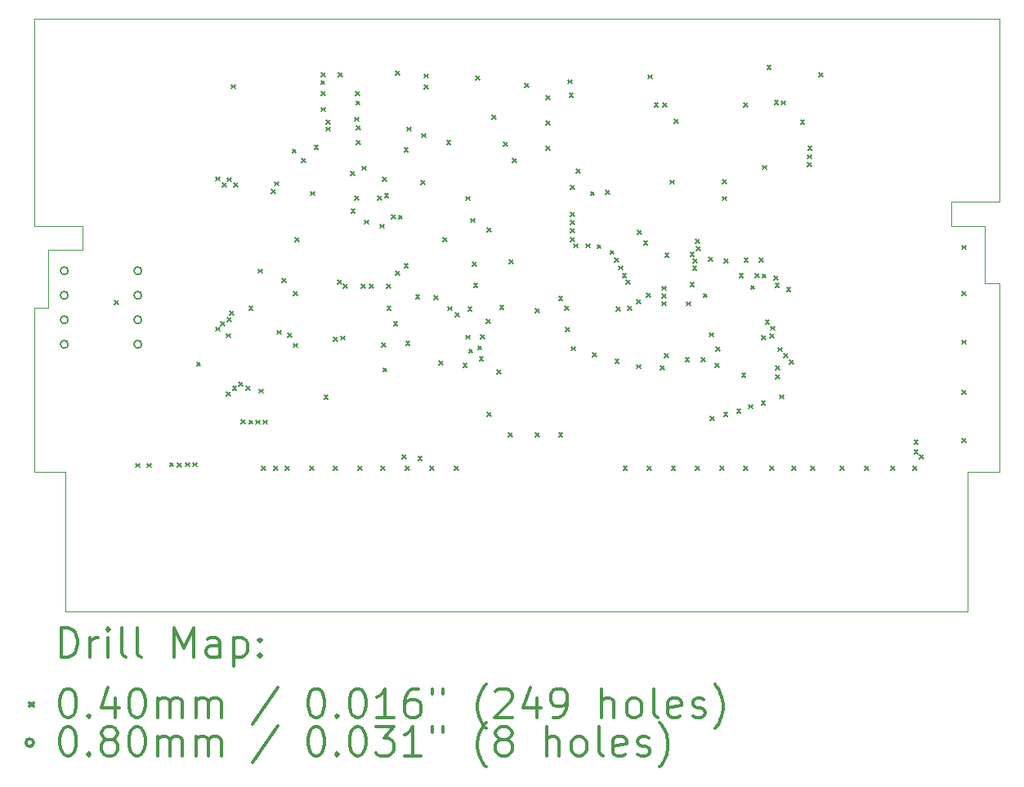
<source format=gbr>
%FSLAX45Y45*%
G04 Gerber Fmt 4.5, Leading zero omitted, Abs format (unit mm)*
G04 Created by KiCad (PCBNEW 5.1.5+dfsg1-2build2) date 2023-04-13 22:57:35*
%MOMM*%
%LPD*%
G04 APERTURE LIST*
%TA.AperFunction,Profile*%
%ADD10C,0.100000*%
%TD*%
%ADD11C,0.200000*%
%ADD12C,0.300000*%
G04 APERTURE END LIST*
D10*
X9165000Y-8590000D02*
X19165000Y-8590000D01*
X9165000Y-10735000D02*
X9165000Y-8590000D01*
X9665000Y-10735000D02*
X9165000Y-10735000D01*
X9665000Y-10985000D02*
X9665000Y-10735000D01*
X9315000Y-10985000D02*
X9665000Y-10985000D01*
X9315000Y-11585000D02*
X9315000Y-10985000D01*
X9165000Y-11585000D02*
X9315000Y-11585000D01*
X9165000Y-13285000D02*
X9165000Y-11585000D01*
X19165000Y-11335000D02*
X19165000Y-13285000D01*
X19015000Y-11335000D02*
X19165000Y-11335000D01*
X19015000Y-10735000D02*
X19015000Y-11335000D01*
X18665000Y-10735000D02*
X19015000Y-10735000D01*
X18665000Y-10485000D02*
X18665000Y-10735000D01*
X19165000Y-10485000D02*
X18665000Y-10485000D01*
X19165000Y-8590000D02*
X19165000Y-10485000D01*
X9490000Y-13285000D02*
X9165000Y-13285000D01*
X9490000Y-14735000D02*
X9490000Y-13285000D01*
X18840000Y-14735000D02*
X9490000Y-14735000D01*
X18840000Y-13285000D02*
X18840000Y-14735000D01*
X19165000Y-13285000D02*
X18840000Y-13285000D01*
D11*
X10000000Y-11510000D02*
X10040000Y-11550000D01*
X10040000Y-11510000D02*
X10000000Y-11550000D01*
X10220000Y-13200483D02*
X10260000Y-13240483D01*
X10260000Y-13200483D02*
X10220000Y-13240483D01*
X10340000Y-13200483D02*
X10380000Y-13240483D01*
X10380000Y-13200483D02*
X10340000Y-13240483D01*
X10570000Y-13192259D02*
X10610000Y-13232259D01*
X10610000Y-13192259D02*
X10570000Y-13232259D01*
X10651303Y-13192614D02*
X10691303Y-13232614D01*
X10691303Y-13192614D02*
X10651303Y-13232614D01*
X10732606Y-13192259D02*
X10772606Y-13232259D01*
X10772606Y-13192259D02*
X10732606Y-13232259D01*
X10811363Y-13190069D02*
X10851363Y-13230069D01*
X10851363Y-13190069D02*
X10811363Y-13230069D01*
X10850000Y-12150000D02*
X10890000Y-12190000D01*
X10890000Y-12150000D02*
X10850000Y-12190000D01*
X11050241Y-10227901D02*
X11090241Y-10267901D01*
X11090241Y-10227901D02*
X11050241Y-10267901D01*
X11050241Y-11786315D02*
X11090241Y-11826315D01*
X11090241Y-11786315D02*
X11050241Y-11826315D01*
X11101281Y-11731033D02*
X11141281Y-11771033D01*
X11141281Y-11731033D02*
X11101281Y-11771033D01*
X11117741Y-10290000D02*
X11157741Y-10330000D01*
X11157741Y-10290000D02*
X11117741Y-10330000D01*
X11160000Y-11853019D02*
X11200000Y-11893019D01*
X11200000Y-11853019D02*
X11160000Y-11893019D01*
X11160000Y-12460002D02*
X11200000Y-12500002D01*
X11200000Y-12460002D02*
X11160000Y-12500002D01*
X11164427Y-11690120D02*
X11204427Y-11730120D01*
X11204427Y-11690120D02*
X11164427Y-11730120D01*
X11169306Y-10235206D02*
X11209305Y-10275206D01*
X11209305Y-10235206D02*
X11169306Y-10275206D01*
X11194773Y-11621270D02*
X11234773Y-11661270D01*
X11234773Y-11621270D02*
X11194773Y-11661270D01*
X11210000Y-9270001D02*
X11250000Y-9310001D01*
X11250000Y-9270001D02*
X11210000Y-9310001D01*
X11223202Y-12400207D02*
X11263202Y-12440207D01*
X11263202Y-12400207D02*
X11223202Y-12440207D01*
X11233222Y-10292259D02*
X11273222Y-10332259D01*
X11273222Y-10292259D02*
X11233222Y-10332259D01*
X11283367Y-12355025D02*
X11323367Y-12395025D01*
X11323367Y-12355025D02*
X11283367Y-12395025D01*
X11309171Y-12749170D02*
X11349171Y-12789170D01*
X11349171Y-12749170D02*
X11309171Y-12789170D01*
X11360000Y-12400000D02*
X11400000Y-12440000D01*
X11400000Y-12400000D02*
X11360000Y-12440000D01*
X11390422Y-12751235D02*
X11430422Y-12791235D01*
X11430422Y-12751235D02*
X11390422Y-12791235D01*
X11390736Y-11570000D02*
X11430736Y-11610000D01*
X11430736Y-11570000D02*
X11390736Y-11610000D01*
X11465652Y-12749980D02*
X11505652Y-12789980D01*
X11505652Y-12749980D02*
X11465652Y-12789980D01*
X11488277Y-11184122D02*
X11528277Y-11224122D01*
X11528277Y-11184122D02*
X11488277Y-11224122D01*
X11500000Y-12430000D02*
X11540000Y-12470000D01*
X11540000Y-12430000D02*
X11500000Y-12470000D01*
X11520000Y-13230000D02*
X11560000Y-13270000D01*
X11560000Y-13230000D02*
X11520000Y-13270000D01*
X11540889Y-12750829D02*
X11580889Y-12790829D01*
X11580889Y-12750829D02*
X11540889Y-12790829D01*
X11622018Y-10360000D02*
X11662018Y-10400000D01*
X11662018Y-10360000D02*
X11622018Y-10400000D01*
X11650000Y-13230001D02*
X11690000Y-13270001D01*
X11690000Y-13230001D02*
X11650000Y-13270001D01*
X11660829Y-10279171D02*
X11700829Y-10319171D01*
X11700829Y-10279171D02*
X11660829Y-10319171D01*
X11681098Y-11820277D02*
X11721098Y-11860277D01*
X11721098Y-11820277D02*
X11681098Y-11860277D01*
X11737500Y-11282259D02*
X11777500Y-11322259D01*
X11777500Y-11282259D02*
X11737500Y-11322259D01*
X11770000Y-13232119D02*
X11810000Y-13272119D01*
X11810000Y-13232119D02*
X11770000Y-13272119D01*
X11796579Y-11847084D02*
X11836579Y-11887084D01*
X11836579Y-11847084D02*
X11796579Y-11887084D01*
X11840000Y-9940000D02*
X11880000Y-9980000D01*
X11880000Y-9940000D02*
X11840000Y-9980000D01*
X11850317Y-11415608D02*
X11890317Y-11455608D01*
X11890317Y-11415608D02*
X11850317Y-11455608D01*
X11853313Y-11954759D02*
X11893313Y-11994759D01*
X11893313Y-11954759D02*
X11853313Y-11994759D01*
X11870000Y-10860000D02*
X11910000Y-10900000D01*
X11910000Y-10860000D02*
X11870000Y-10900000D01*
X11940000Y-10040000D02*
X11980000Y-10080000D01*
X11980000Y-10040000D02*
X11940000Y-10080000D01*
X12020000Y-13232119D02*
X12060000Y-13272119D01*
X12060000Y-13232119D02*
X12020000Y-13272119D01*
X12030000Y-10380000D02*
X12070000Y-10420000D01*
X12070000Y-10380000D02*
X12030000Y-10420000D01*
X12070000Y-9900000D02*
X12110000Y-9940000D01*
X12110000Y-9900000D02*
X12070000Y-9940000D01*
X12136792Y-9228450D02*
X12176792Y-9268450D01*
X12176792Y-9228450D02*
X12136792Y-9268450D01*
X12140000Y-9150000D02*
X12180000Y-9190000D01*
X12180000Y-9150000D02*
X12140000Y-9190000D01*
X12140205Y-9343931D02*
X12180205Y-9383931D01*
X12180205Y-9343931D02*
X12140205Y-9383931D01*
X12140241Y-9508705D02*
X12180241Y-9548705D01*
X12180241Y-9508705D02*
X12140241Y-9548705D01*
X12170000Y-12490000D02*
X12210000Y-12530000D01*
X12210000Y-12490000D02*
X12170000Y-12530000D01*
X12190000Y-9712259D02*
X12230000Y-9752259D01*
X12230000Y-9712259D02*
X12190000Y-9752259D01*
X12190037Y-9637018D02*
X12230037Y-9677018D01*
X12230037Y-9637018D02*
X12190037Y-9677018D01*
X12270000Y-13232119D02*
X12310000Y-13272119D01*
X12310000Y-13232119D02*
X12270000Y-13272119D01*
X12270087Y-11890651D02*
X12310087Y-11930651D01*
X12310087Y-11890651D02*
X12270087Y-11930651D01*
X12310000Y-11299429D02*
X12350000Y-11339429D01*
X12350000Y-11299429D02*
X12310000Y-11339429D01*
X12320000Y-9150000D02*
X12360000Y-9190000D01*
X12360000Y-9150000D02*
X12320000Y-9190000D01*
X12344434Y-11879080D02*
X12384434Y-11919080D01*
X12384434Y-11879080D02*
X12344434Y-11919080D01*
X12371081Y-11343365D02*
X12411081Y-11383365D01*
X12411081Y-11343365D02*
X12371081Y-11383365D01*
X12447982Y-10173154D02*
X12487982Y-10213154D01*
X12487982Y-10173154D02*
X12447982Y-10213154D01*
X12450000Y-10560000D02*
X12490000Y-10600000D01*
X12490000Y-10560000D02*
X12450000Y-10600000D01*
X12490000Y-9610000D02*
X12530000Y-9650000D01*
X12530000Y-9610000D02*
X12490000Y-9650000D01*
X12490000Y-10424995D02*
X12530000Y-10464995D01*
X12530000Y-10424995D02*
X12490000Y-10464995D01*
X12497261Y-9342739D02*
X12537261Y-9382739D01*
X12537261Y-9342739D02*
X12497261Y-9382739D01*
X12500000Y-9440000D02*
X12540000Y-9480000D01*
X12540000Y-9440000D02*
X12500000Y-9480000D01*
X12505723Y-9701637D02*
X12545723Y-9741637D01*
X12545723Y-9701637D02*
X12505723Y-9741637D01*
X12505723Y-9852259D02*
X12545723Y-9892259D01*
X12545723Y-9852259D02*
X12505723Y-9892259D01*
X12520000Y-13232119D02*
X12560000Y-13272119D01*
X12560000Y-13232119D02*
X12520000Y-13272119D01*
X12558516Y-11339844D02*
X12598516Y-11379844D01*
X12598516Y-11339844D02*
X12558516Y-11379844D01*
X12561201Y-10118799D02*
X12601201Y-10158799D01*
X12601201Y-10118799D02*
X12561201Y-10158799D01*
X12591777Y-10676918D02*
X12631777Y-10716918D01*
X12631777Y-10676918D02*
X12591777Y-10716918D01*
X12640994Y-11340664D02*
X12680994Y-11380664D01*
X12680994Y-11340664D02*
X12640994Y-11380664D01*
X12726446Y-10428141D02*
X12766446Y-10468141D01*
X12766446Y-10428141D02*
X12726446Y-10468141D01*
X12751444Y-10720000D02*
X12791444Y-10760000D01*
X12791444Y-10720000D02*
X12751444Y-10760000D01*
X12760000Y-13232119D02*
X12800000Y-13272119D01*
X12800000Y-13232119D02*
X12760000Y-13272119D01*
X12769999Y-11950000D02*
X12809999Y-11990000D01*
X12809999Y-11950000D02*
X12769999Y-11990000D01*
X12777164Y-10231365D02*
X12817164Y-10271365D01*
X12817164Y-10231365D02*
X12777164Y-10271365D01*
X12780000Y-12210000D02*
X12820000Y-12250000D01*
X12820000Y-12210000D02*
X12780000Y-12250000D01*
X12797339Y-10402936D02*
X12837339Y-10442936D01*
X12837339Y-10402936D02*
X12797339Y-10442936D01*
X12820366Y-11341503D02*
X12860366Y-11381503D01*
X12860366Y-11341503D02*
X12820366Y-11381503D01*
X12822259Y-11570000D02*
X12862259Y-11610000D01*
X12862259Y-11570000D02*
X12822259Y-11610000D01*
X12866926Y-10619979D02*
X12906926Y-10659979D01*
X12906926Y-10619979D02*
X12866926Y-10659979D01*
X12890000Y-11730000D02*
X12930000Y-11770000D01*
X12930000Y-11730000D02*
X12890000Y-11770000D01*
X12910000Y-9130000D02*
X12950000Y-9170000D01*
X12950000Y-9130000D02*
X12910000Y-9170000D01*
X12911442Y-11208556D02*
X12951442Y-11248556D01*
X12951442Y-11208556D02*
X12911442Y-11248556D01*
X12941941Y-10625799D02*
X12981941Y-10665799D01*
X12981941Y-10625799D02*
X12941941Y-10665799D01*
X12980000Y-13110000D02*
X13020000Y-13150000D01*
X13020000Y-13110000D02*
X12980000Y-13150000D01*
X13000000Y-9930000D02*
X13040000Y-9970000D01*
X13040000Y-9930000D02*
X13000000Y-9970000D01*
X13000000Y-11130000D02*
X13040000Y-11170000D01*
X13040000Y-11130000D02*
X13000000Y-11170000D01*
X13010000Y-13232119D02*
X13050000Y-13272119D01*
X13050000Y-13232119D02*
X13010000Y-13272119D01*
X13016698Y-11935266D02*
X13056698Y-11975266D01*
X13056698Y-11935266D02*
X13016698Y-11975266D01*
X13030789Y-9712259D02*
X13070789Y-9752259D01*
X13070789Y-9712259D02*
X13030789Y-9752259D01*
X13117741Y-11449018D02*
X13157741Y-11489018D01*
X13157741Y-11449018D02*
X13117741Y-11489018D01*
X13143380Y-13125194D02*
X13183380Y-13165194D01*
X13183380Y-13125194D02*
X13143380Y-13165194D01*
X13174171Y-10265829D02*
X13214171Y-10305829D01*
X13214171Y-10265829D02*
X13174171Y-10305829D01*
X13180000Y-9780000D02*
X13220000Y-9820000D01*
X13220000Y-9780000D02*
X13180000Y-9820000D01*
X13210000Y-9160000D02*
X13250000Y-9200000D01*
X13250000Y-9160000D02*
X13210000Y-9200000D01*
X13210000Y-9275481D02*
X13250000Y-9315481D01*
X13250000Y-9275481D02*
X13210000Y-9315481D01*
X13270000Y-13228223D02*
X13310000Y-13268223D01*
X13310000Y-13228223D02*
X13270000Y-13268223D01*
X13307741Y-11460829D02*
X13347741Y-11500829D01*
X13347741Y-11460829D02*
X13307741Y-11500829D01*
X13360000Y-12140000D02*
X13400000Y-12180000D01*
X13400000Y-12140000D02*
X13360000Y-12180000D01*
X13400001Y-10860000D02*
X13440001Y-10900000D01*
X13440001Y-10860000D02*
X13400001Y-10900000D01*
X13440000Y-9850000D02*
X13480000Y-9890000D01*
X13480000Y-9850000D02*
X13440000Y-9890000D01*
X13453179Y-11575163D02*
X13493179Y-11615163D01*
X13493179Y-11575163D02*
X13453179Y-11615163D01*
X13520000Y-13228223D02*
X13560000Y-13268223D01*
X13560000Y-13228223D02*
X13520000Y-13268223D01*
X13530000Y-11640000D02*
X13570000Y-11680000D01*
X13570000Y-11640000D02*
X13530000Y-11680000D01*
X13610001Y-12160000D02*
X13650001Y-12200000D01*
X13650001Y-12160000D02*
X13610001Y-12200000D01*
X13638449Y-11870482D02*
X13678449Y-11910482D01*
X13678449Y-11870482D02*
X13638449Y-11910482D01*
X13640000Y-10430001D02*
X13680000Y-10470001D01*
X13680000Y-10430001D02*
X13640000Y-10470001D01*
X13660000Y-11579999D02*
X13700000Y-11619999D01*
X13700000Y-11579999D02*
X13660000Y-11619999D01*
X13669688Y-12013198D02*
X13709688Y-12053198D01*
X13709688Y-12013198D02*
X13669688Y-12053198D01*
X13690000Y-10660000D02*
X13730000Y-10700000D01*
X13730000Y-10660000D02*
X13690000Y-10700000D01*
X13710000Y-11110000D02*
X13750000Y-11150000D01*
X13750000Y-11110000D02*
X13710000Y-11150000D01*
X13720000Y-11330000D02*
X13760000Y-11370000D01*
X13760000Y-11330000D02*
X13720000Y-11370000D01*
X13740000Y-9180000D02*
X13780000Y-9220000D01*
X13780000Y-9180000D02*
X13740000Y-9220000D01*
X13761723Y-11981116D02*
X13801723Y-12021116D01*
X13801723Y-11981116D02*
X13761723Y-12021116D01*
X13778959Y-12096597D02*
X13818959Y-12136597D01*
X13818959Y-12096597D02*
X13778959Y-12136597D01*
X13794171Y-11865829D02*
X13834171Y-11905829D01*
X13834171Y-11865829D02*
X13794171Y-11905829D01*
X13851132Y-11707259D02*
X13891132Y-11747259D01*
X13891132Y-11707259D02*
X13851132Y-11747259D01*
X13857980Y-10760000D02*
X13897980Y-10800000D01*
X13897980Y-10760000D02*
X13857980Y-10800000D01*
X13860000Y-12670000D02*
X13900000Y-12710000D01*
X13900000Y-12670000D02*
X13860000Y-12710000D01*
X13910000Y-9590000D02*
X13950000Y-9630000D01*
X13950000Y-9590000D02*
X13910000Y-9630000D01*
X13960000Y-12230330D02*
X14000000Y-12270330D01*
X14000000Y-12230330D02*
X13960000Y-12270330D01*
X13990000Y-11560000D02*
X14030000Y-11600000D01*
X14030000Y-11560000D02*
X13990000Y-11600000D01*
X14030000Y-9870000D02*
X14070000Y-9910000D01*
X14070000Y-9870000D02*
X14030000Y-9910000D01*
X14080000Y-12880000D02*
X14120000Y-12920000D01*
X14120000Y-12880000D02*
X14080000Y-12920000D01*
X14085241Y-11085236D02*
X14125241Y-11125236D01*
X14125241Y-11085236D02*
X14085241Y-11125236D01*
X14121658Y-10040000D02*
X14161658Y-10080000D01*
X14161658Y-10040000D02*
X14121658Y-10080000D01*
X14249519Y-9260000D02*
X14289519Y-9300000D01*
X14289519Y-9260000D02*
X14249519Y-9300000D01*
X14360000Y-12880000D02*
X14400000Y-12920000D01*
X14400000Y-12880000D02*
X14360000Y-12920000D01*
X14360000Y-11594759D02*
X14400000Y-11634759D01*
X14400000Y-11594759D02*
X14360000Y-11634759D01*
X14470000Y-9384566D02*
X14510000Y-9424566D01*
X14510000Y-9384566D02*
X14470000Y-9424566D01*
X14470000Y-9650000D02*
X14510000Y-9690000D01*
X14510000Y-9650000D02*
X14470000Y-9690000D01*
X14470000Y-9910000D02*
X14510000Y-9950000D01*
X14510000Y-9910000D02*
X14470000Y-9950000D01*
X14600000Y-11467018D02*
X14640000Y-11507018D01*
X14640000Y-11467018D02*
X14600000Y-11507018D01*
X14600000Y-12880000D02*
X14640000Y-12920000D01*
X14640000Y-12880000D02*
X14600000Y-12920000D01*
X14663139Y-11570999D02*
X14703139Y-11610999D01*
X14703139Y-11570999D02*
X14663139Y-11610999D01*
X14670000Y-11790000D02*
X14710000Y-11830000D01*
X14710000Y-11790000D02*
X14670000Y-11830000D01*
X14699171Y-9220829D02*
X14739171Y-9260829D01*
X14739171Y-9220829D02*
X14699171Y-9260829D01*
X14710000Y-9360000D02*
X14750000Y-9400000D01*
X14750000Y-9360000D02*
X14710000Y-9400000D01*
X14720761Y-10857069D02*
X14760761Y-10897069D01*
X14760761Y-10857069D02*
X14720761Y-10897069D01*
X14720880Y-10315722D02*
X14760880Y-10355722D01*
X14760880Y-10315722D02*
X14720880Y-10355722D01*
X14720880Y-10682870D02*
X14760880Y-10722870D01*
X14760880Y-10682870D02*
X14720880Y-10722870D01*
X14720880Y-10763245D02*
X14760880Y-10803245D01*
X14760880Y-10763245D02*
X14720880Y-10803245D01*
X14720880Y-10595491D02*
X14760880Y-10635491D01*
X14760880Y-10595491D02*
X14720880Y-10635491D01*
X14730000Y-11990000D02*
X14770000Y-12030000D01*
X14770000Y-11990000D02*
X14730000Y-12030000D01*
X14759037Y-10921847D02*
X14799037Y-10961847D01*
X14799037Y-10921847D02*
X14759037Y-10961847D01*
X14780000Y-10149999D02*
X14820000Y-10189999D01*
X14820000Y-10149999D02*
X14780000Y-10189999D01*
X14883222Y-10921904D02*
X14923222Y-10961904D01*
X14923222Y-10921904D02*
X14883222Y-10961904D01*
X14930000Y-10380000D02*
X14970000Y-10420000D01*
X14970000Y-10380000D02*
X14930000Y-10420000D01*
X14950000Y-12050000D02*
X14990000Y-12090000D01*
X14990000Y-12050000D02*
X14950000Y-12090000D01*
X14998703Y-10930000D02*
X15038703Y-10970000D01*
X15038703Y-10930000D02*
X14998703Y-10970000D01*
X15090000Y-10370000D02*
X15130000Y-10410000D01*
X15130000Y-10370000D02*
X15090000Y-10410000D01*
X15133796Y-10990000D02*
X15173796Y-11030000D01*
X15173796Y-10990000D02*
X15133796Y-11030000D01*
X15180475Y-11067550D02*
X15220475Y-11107550D01*
X15220475Y-11067550D02*
X15180475Y-11107550D01*
X15185480Y-12117456D02*
X15225480Y-12157456D01*
X15225480Y-12117456D02*
X15185480Y-12157456D01*
X15198223Y-11579759D02*
X15238223Y-11619759D01*
X15238223Y-11579759D02*
X15198223Y-11619759D01*
X15220812Y-11149760D02*
X15260812Y-11189760D01*
X15260812Y-11149760D02*
X15220812Y-11189760D01*
X15261053Y-11230525D02*
X15301053Y-11270525D01*
X15301053Y-11230525D02*
X15261053Y-11270525D01*
X15270000Y-13227741D02*
X15310000Y-13267741D01*
X15310000Y-13227741D02*
X15270000Y-13267741D01*
X15301295Y-11299043D02*
X15341295Y-11339043D01*
X15341295Y-11299043D02*
X15301295Y-11339043D01*
X15313704Y-11570000D02*
X15353704Y-11610000D01*
X15353704Y-11570000D02*
X15313704Y-11610000D01*
X15408017Y-12175197D02*
X15448017Y-12215197D01*
X15448017Y-12175197D02*
X15408017Y-12215197D01*
X15410831Y-11500013D02*
X15450831Y-11540013D01*
X15450831Y-11500013D02*
X15410831Y-11540013D01*
X15419759Y-10780000D02*
X15459759Y-10820000D01*
X15459759Y-10780000D02*
X15419759Y-10820000D01*
X15480000Y-10890000D02*
X15520000Y-10930000D01*
X15520000Y-10890000D02*
X15480000Y-10930000D01*
X15513648Y-11435496D02*
X15553648Y-11475496D01*
X15553648Y-11435496D02*
X15513648Y-11475496D01*
X15520000Y-13228223D02*
X15560000Y-13268223D01*
X15560000Y-13228223D02*
X15520000Y-13268223D01*
X15530000Y-9169999D02*
X15570000Y-9209999D01*
X15570000Y-9169999D02*
X15530000Y-9209999D01*
X15590001Y-9462259D02*
X15630001Y-9502259D01*
X15630001Y-9462259D02*
X15590001Y-9502259D01*
X15651899Y-12188101D02*
X15691899Y-12228101D01*
X15691899Y-12188101D02*
X15651899Y-12228101D01*
X15669370Y-11440649D02*
X15709370Y-11480649D01*
X15709370Y-11440649D02*
X15669370Y-11480649D01*
X15669703Y-11363105D02*
X15709703Y-11403105D01*
X15709703Y-11363105D02*
X15669703Y-11403105D01*
X15671412Y-11523263D02*
X15711412Y-11563263D01*
X15711412Y-11523263D02*
X15671412Y-11563263D01*
X15678154Y-9461835D02*
X15718154Y-9501835D01*
X15718154Y-9461835D02*
X15678154Y-9501835D01*
X15694874Y-12060827D02*
X15734874Y-12100827D01*
X15734874Y-12060827D02*
X15694874Y-12100827D01*
X15700000Y-11020000D02*
X15740000Y-11060000D01*
X15740000Y-11020000D02*
X15700000Y-11060000D01*
X15758569Y-10261431D02*
X15798569Y-10301431D01*
X15798569Y-10261431D02*
X15758569Y-10301431D01*
X15770000Y-13228223D02*
X15810000Y-13268223D01*
X15810000Y-13228223D02*
X15770000Y-13268223D01*
X15800000Y-9630000D02*
X15840000Y-9670000D01*
X15840000Y-9630000D02*
X15800000Y-9670000D01*
X15913794Y-12103041D02*
X15953794Y-12143041D01*
X15953794Y-12103041D02*
X15913794Y-12143041D01*
X15924277Y-11523029D02*
X15964277Y-11563029D01*
X15964277Y-11523029D02*
X15924277Y-11563029D01*
X15963368Y-11322204D02*
X16003368Y-11362204D01*
X16003368Y-11322204D02*
X15963368Y-11362204D01*
X15963750Y-11009626D02*
X16003750Y-11049626D01*
X16003750Y-11009626D02*
X15963750Y-11049626D01*
X15989589Y-11156236D02*
X16029589Y-11196236D01*
X16029589Y-11156236D02*
X15989589Y-11196236D01*
X15994347Y-11081145D02*
X16034347Y-11121145D01*
X16034347Y-11081145D02*
X15994347Y-11121145D01*
X16015963Y-10877982D02*
X16055963Y-10917982D01*
X16055963Y-10877982D02*
X16015963Y-10917982D01*
X16020000Y-13228223D02*
X16060000Y-13268223D01*
X16060000Y-13228223D02*
X16020000Y-13268223D01*
X16028132Y-10952233D02*
X16068132Y-10992233D01*
X16068132Y-10952233D02*
X16028132Y-10992233D01*
X16078933Y-12101066D02*
X16118933Y-12141066D01*
X16118933Y-12101066D02*
X16078933Y-12141066D01*
X16099344Y-11437685D02*
X16139344Y-11477685D01*
X16139344Y-11437685D02*
X16099344Y-11477685D01*
X16155573Y-11061025D02*
X16195573Y-11101025D01*
X16195573Y-11061025D02*
X16155573Y-11101025D01*
X16164795Y-11845205D02*
X16204795Y-11885205D01*
X16204795Y-11845205D02*
X16164795Y-11885205D01*
X16169278Y-12709879D02*
X16209278Y-12749879D01*
X16209278Y-12709879D02*
X16169278Y-12749879D01*
X16224763Y-12165237D02*
X16264763Y-12205237D01*
X16264763Y-12165237D02*
X16224763Y-12205237D01*
X16228966Y-11991034D02*
X16268966Y-12031034D01*
X16268966Y-11991034D02*
X16228966Y-12031034D01*
X16270000Y-13228223D02*
X16310000Y-13268223D01*
X16310000Y-13228223D02*
X16270000Y-13268223D01*
X16300000Y-10260000D02*
X16340000Y-10300000D01*
X16340000Y-10260000D02*
X16300000Y-10300000D01*
X16300000Y-10430000D02*
X16340000Y-10470000D01*
X16340000Y-10430000D02*
X16300000Y-10470000D01*
X16310000Y-12670000D02*
X16350000Y-12710000D01*
X16350000Y-12670000D02*
X16310000Y-12710000D01*
X16312206Y-11079090D02*
X16352206Y-11119090D01*
X16352206Y-11079090D02*
X16312206Y-11119090D01*
X16445377Y-12634623D02*
X16485377Y-12674623D01*
X16485377Y-12634623D02*
X16445377Y-12674623D01*
X16471792Y-11231890D02*
X16511792Y-11271890D01*
X16511792Y-11231890D02*
X16471792Y-11271890D01*
X16496137Y-12266330D02*
X16536137Y-12306330D01*
X16536137Y-12266330D02*
X16496137Y-12306330D01*
X16520000Y-9460000D02*
X16560000Y-9500000D01*
X16560000Y-9460000D02*
X16520000Y-9500000D01*
X16520000Y-13228223D02*
X16560000Y-13268223D01*
X16560000Y-13228223D02*
X16520000Y-13268223D01*
X16522928Y-11070000D02*
X16562928Y-11110000D01*
X16562928Y-11070000D02*
X16522928Y-11110000D01*
X16567022Y-12589155D02*
X16607022Y-12629155D01*
X16607022Y-12589155D02*
X16567022Y-12629155D01*
X16589029Y-11353356D02*
X16629029Y-11393356D01*
X16629029Y-11353356D02*
X16589029Y-11393356D01*
X16633746Y-11229670D02*
X16673746Y-11269670D01*
X16673746Y-11229670D02*
X16633746Y-11269670D01*
X16679375Y-11070000D02*
X16719375Y-11110000D01*
X16719375Y-11070000D02*
X16679375Y-11110000D01*
X16700000Y-12550000D02*
X16740000Y-12590000D01*
X16740000Y-12550000D02*
X16700000Y-12590000D01*
X16706300Y-11874642D02*
X16746300Y-11914642D01*
X16746300Y-11874642D02*
X16706300Y-11914642D01*
X16708840Y-11234373D02*
X16748840Y-11274373D01*
X16748840Y-11234373D02*
X16708840Y-11274373D01*
X16710000Y-10110000D02*
X16750000Y-10150000D01*
X16750000Y-10110000D02*
X16710000Y-10150000D01*
X16742497Y-11715362D02*
X16782497Y-11755362D01*
X16782497Y-11715362D02*
X16742497Y-11755362D01*
X16760000Y-9070000D02*
X16800000Y-9110000D01*
X16800000Y-9070000D02*
X16760000Y-9110000D01*
X16790000Y-11860001D02*
X16830000Y-11900001D01*
X16830000Y-11860001D02*
X16790000Y-11900001D01*
X16790000Y-13227741D02*
X16830000Y-13267741D01*
X16830000Y-13227741D02*
X16790000Y-13267741D01*
X16796550Y-11778208D02*
X16836550Y-11818208D01*
X16836550Y-11778208D02*
X16796550Y-11818208D01*
X16828887Y-11256125D02*
X16868887Y-11296125D01*
X16868887Y-11256125D02*
X16828887Y-11296125D01*
X16834794Y-9437737D02*
X16874794Y-9477737D01*
X16874794Y-9437737D02*
X16834794Y-9477737D01*
X16843902Y-11329853D02*
X16883902Y-11369853D01*
X16883902Y-11329853D02*
X16843902Y-11369853D01*
X16850000Y-12190000D02*
X16890000Y-12230000D01*
X16890000Y-12190000D02*
X16850000Y-12230000D01*
X16850000Y-12279999D02*
X16890000Y-12319999D01*
X16890000Y-12279999D02*
X16850000Y-12319999D01*
X16872259Y-11997625D02*
X16912259Y-12037625D01*
X16912259Y-11997625D02*
X16872259Y-12037625D01*
X16890624Y-12489376D02*
X16930624Y-12529376D01*
X16930624Y-12489376D02*
X16890624Y-12529376D01*
X16910000Y-9440000D02*
X16950000Y-9480000D01*
X16950000Y-9440000D02*
X16910000Y-9480000D01*
X16930000Y-12060000D02*
X16970000Y-12100000D01*
X16970000Y-12060000D02*
X16930000Y-12100000D01*
X16963536Y-11373536D02*
X17003536Y-11413536D01*
X17003536Y-11373536D02*
X16963536Y-11413536D01*
X16990000Y-12130000D02*
X17030000Y-12170000D01*
X17030000Y-12130000D02*
X16990000Y-12170000D01*
X17020000Y-13228223D02*
X17060000Y-13268223D01*
X17060000Y-13228223D02*
X17020000Y-13268223D01*
X17105963Y-9640000D02*
X17145963Y-9680000D01*
X17145963Y-9640000D02*
X17105963Y-9680000D01*
X17179124Y-9999218D02*
X17219124Y-10039218D01*
X17219124Y-9999218D02*
X17179124Y-10039218D01*
X17180000Y-10080000D02*
X17220000Y-10120000D01*
X17220000Y-10080000D02*
X17180000Y-10120000D01*
X17181841Y-9910000D02*
X17221841Y-9950000D01*
X17221841Y-9910000D02*
X17181841Y-9950000D01*
X17210000Y-13228223D02*
X17250000Y-13268223D01*
X17250000Y-13228223D02*
X17210000Y-13268223D01*
X17300000Y-9150000D02*
X17340000Y-9190000D01*
X17340000Y-9150000D02*
X17300000Y-9190000D01*
X17520000Y-13228223D02*
X17560000Y-13268223D01*
X17560000Y-13228223D02*
X17520000Y-13268223D01*
X17770000Y-13228223D02*
X17810000Y-13268223D01*
X17810000Y-13228223D02*
X17770000Y-13268223D01*
X18040829Y-13229171D02*
X18080829Y-13269171D01*
X18080829Y-13229171D02*
X18040829Y-13269171D01*
X18270023Y-13228223D02*
X18310023Y-13268223D01*
X18310023Y-13228223D02*
X18270023Y-13268223D01*
X18283390Y-12960000D02*
X18323390Y-13000000D01*
X18323390Y-12960000D02*
X18283390Y-13000000D01*
X18283390Y-13058409D02*
X18323390Y-13098409D01*
X18323390Y-13058409D02*
X18283390Y-13098409D01*
X18341131Y-13111110D02*
X18381131Y-13151110D01*
X18381131Y-13111110D02*
X18341131Y-13151110D01*
X18780000Y-10940000D02*
X18820000Y-10980000D01*
X18820000Y-10940000D02*
X18780000Y-10980000D01*
X18780000Y-11420000D02*
X18820000Y-11460000D01*
X18820000Y-11420000D02*
X18780000Y-11460000D01*
X18780000Y-11920000D02*
X18820000Y-11960000D01*
X18820000Y-11920000D02*
X18780000Y-11960000D01*
X18780000Y-12440000D02*
X18820000Y-12480000D01*
X18820000Y-12440000D02*
X18780000Y-12480000D01*
X18780000Y-12940000D02*
X18820000Y-12980000D01*
X18820000Y-12940000D02*
X18780000Y-12980000D01*
X9518000Y-11202000D02*
G75*
G03X9518000Y-11202000I-40000J0D01*
G01*
X9518000Y-11456000D02*
G75*
G03X9518000Y-11456000I-40000J0D01*
G01*
X9518000Y-11710000D02*
G75*
G03X9518000Y-11710000I-40000J0D01*
G01*
X9518000Y-11964000D02*
G75*
G03X9518000Y-11964000I-40000J0D01*
G01*
X10280000Y-11202000D02*
G75*
G03X10280000Y-11202000I-40000J0D01*
G01*
X10280000Y-11456000D02*
G75*
G03X10280000Y-11456000I-40000J0D01*
G01*
X10280000Y-11710000D02*
G75*
G03X10280000Y-11710000I-40000J0D01*
G01*
X10280000Y-11964000D02*
G75*
G03X10280000Y-11964000I-40000J0D01*
G01*
D12*
X9446428Y-15205714D02*
X9446428Y-14905714D01*
X9517857Y-14905714D01*
X9560714Y-14920000D01*
X9589286Y-14948571D01*
X9603571Y-14977143D01*
X9617857Y-15034286D01*
X9617857Y-15077143D01*
X9603571Y-15134286D01*
X9589286Y-15162857D01*
X9560714Y-15191429D01*
X9517857Y-15205714D01*
X9446428Y-15205714D01*
X9746428Y-15205714D02*
X9746428Y-15005714D01*
X9746428Y-15062857D02*
X9760714Y-15034286D01*
X9775000Y-15020000D01*
X9803571Y-15005714D01*
X9832143Y-15005714D01*
X9932143Y-15205714D02*
X9932143Y-15005714D01*
X9932143Y-14905714D02*
X9917857Y-14920000D01*
X9932143Y-14934286D01*
X9946428Y-14920000D01*
X9932143Y-14905714D01*
X9932143Y-14934286D01*
X10117857Y-15205714D02*
X10089286Y-15191429D01*
X10075000Y-15162857D01*
X10075000Y-14905714D01*
X10275000Y-15205714D02*
X10246428Y-15191429D01*
X10232143Y-15162857D01*
X10232143Y-14905714D01*
X10617857Y-15205714D02*
X10617857Y-14905714D01*
X10717857Y-15120000D01*
X10817857Y-14905714D01*
X10817857Y-15205714D01*
X11089286Y-15205714D02*
X11089286Y-15048571D01*
X11075000Y-15020000D01*
X11046428Y-15005714D01*
X10989286Y-15005714D01*
X10960714Y-15020000D01*
X11089286Y-15191429D02*
X11060714Y-15205714D01*
X10989286Y-15205714D01*
X10960714Y-15191429D01*
X10946428Y-15162857D01*
X10946428Y-15134286D01*
X10960714Y-15105714D01*
X10989286Y-15091429D01*
X11060714Y-15091429D01*
X11089286Y-15077143D01*
X11232143Y-15005714D02*
X11232143Y-15305714D01*
X11232143Y-15020000D02*
X11260714Y-15005714D01*
X11317857Y-15005714D01*
X11346428Y-15020000D01*
X11360714Y-15034286D01*
X11375000Y-15062857D01*
X11375000Y-15148571D01*
X11360714Y-15177143D01*
X11346428Y-15191429D01*
X11317857Y-15205714D01*
X11260714Y-15205714D01*
X11232143Y-15191429D01*
X11503571Y-15177143D02*
X11517857Y-15191429D01*
X11503571Y-15205714D01*
X11489286Y-15191429D01*
X11503571Y-15177143D01*
X11503571Y-15205714D01*
X11503571Y-15020000D02*
X11517857Y-15034286D01*
X11503571Y-15048571D01*
X11489286Y-15034286D01*
X11503571Y-15020000D01*
X11503571Y-15048571D01*
X9120000Y-15680000D02*
X9160000Y-15720000D01*
X9160000Y-15680000D02*
X9120000Y-15720000D01*
X9503571Y-15535714D02*
X9532143Y-15535714D01*
X9560714Y-15550000D01*
X9575000Y-15564286D01*
X9589286Y-15592857D01*
X9603571Y-15650000D01*
X9603571Y-15721429D01*
X9589286Y-15778571D01*
X9575000Y-15807143D01*
X9560714Y-15821429D01*
X9532143Y-15835714D01*
X9503571Y-15835714D01*
X9475000Y-15821429D01*
X9460714Y-15807143D01*
X9446428Y-15778571D01*
X9432143Y-15721429D01*
X9432143Y-15650000D01*
X9446428Y-15592857D01*
X9460714Y-15564286D01*
X9475000Y-15550000D01*
X9503571Y-15535714D01*
X9732143Y-15807143D02*
X9746428Y-15821429D01*
X9732143Y-15835714D01*
X9717857Y-15821429D01*
X9732143Y-15807143D01*
X9732143Y-15835714D01*
X10003571Y-15635714D02*
X10003571Y-15835714D01*
X9932143Y-15521429D02*
X9860714Y-15735714D01*
X10046428Y-15735714D01*
X10217857Y-15535714D02*
X10246428Y-15535714D01*
X10275000Y-15550000D01*
X10289286Y-15564286D01*
X10303571Y-15592857D01*
X10317857Y-15650000D01*
X10317857Y-15721429D01*
X10303571Y-15778571D01*
X10289286Y-15807143D01*
X10275000Y-15821429D01*
X10246428Y-15835714D01*
X10217857Y-15835714D01*
X10189286Y-15821429D01*
X10175000Y-15807143D01*
X10160714Y-15778571D01*
X10146428Y-15721429D01*
X10146428Y-15650000D01*
X10160714Y-15592857D01*
X10175000Y-15564286D01*
X10189286Y-15550000D01*
X10217857Y-15535714D01*
X10446428Y-15835714D02*
X10446428Y-15635714D01*
X10446428Y-15664286D02*
X10460714Y-15650000D01*
X10489286Y-15635714D01*
X10532143Y-15635714D01*
X10560714Y-15650000D01*
X10575000Y-15678571D01*
X10575000Y-15835714D01*
X10575000Y-15678571D02*
X10589286Y-15650000D01*
X10617857Y-15635714D01*
X10660714Y-15635714D01*
X10689286Y-15650000D01*
X10703571Y-15678571D01*
X10703571Y-15835714D01*
X10846428Y-15835714D02*
X10846428Y-15635714D01*
X10846428Y-15664286D02*
X10860714Y-15650000D01*
X10889286Y-15635714D01*
X10932143Y-15635714D01*
X10960714Y-15650000D01*
X10975000Y-15678571D01*
X10975000Y-15835714D01*
X10975000Y-15678571D02*
X10989286Y-15650000D01*
X11017857Y-15635714D01*
X11060714Y-15635714D01*
X11089286Y-15650000D01*
X11103571Y-15678571D01*
X11103571Y-15835714D01*
X11689286Y-15521429D02*
X11432143Y-15907143D01*
X12075000Y-15535714D02*
X12103571Y-15535714D01*
X12132143Y-15550000D01*
X12146428Y-15564286D01*
X12160714Y-15592857D01*
X12175000Y-15650000D01*
X12175000Y-15721429D01*
X12160714Y-15778571D01*
X12146428Y-15807143D01*
X12132143Y-15821429D01*
X12103571Y-15835714D01*
X12075000Y-15835714D01*
X12046428Y-15821429D01*
X12032143Y-15807143D01*
X12017857Y-15778571D01*
X12003571Y-15721429D01*
X12003571Y-15650000D01*
X12017857Y-15592857D01*
X12032143Y-15564286D01*
X12046428Y-15550000D01*
X12075000Y-15535714D01*
X12303571Y-15807143D02*
X12317857Y-15821429D01*
X12303571Y-15835714D01*
X12289286Y-15821429D01*
X12303571Y-15807143D01*
X12303571Y-15835714D01*
X12503571Y-15535714D02*
X12532143Y-15535714D01*
X12560714Y-15550000D01*
X12575000Y-15564286D01*
X12589286Y-15592857D01*
X12603571Y-15650000D01*
X12603571Y-15721429D01*
X12589286Y-15778571D01*
X12575000Y-15807143D01*
X12560714Y-15821429D01*
X12532143Y-15835714D01*
X12503571Y-15835714D01*
X12475000Y-15821429D01*
X12460714Y-15807143D01*
X12446428Y-15778571D01*
X12432143Y-15721429D01*
X12432143Y-15650000D01*
X12446428Y-15592857D01*
X12460714Y-15564286D01*
X12475000Y-15550000D01*
X12503571Y-15535714D01*
X12889286Y-15835714D02*
X12717857Y-15835714D01*
X12803571Y-15835714D02*
X12803571Y-15535714D01*
X12775000Y-15578571D01*
X12746428Y-15607143D01*
X12717857Y-15621429D01*
X13146428Y-15535714D02*
X13089286Y-15535714D01*
X13060714Y-15550000D01*
X13046428Y-15564286D01*
X13017857Y-15607143D01*
X13003571Y-15664286D01*
X13003571Y-15778571D01*
X13017857Y-15807143D01*
X13032143Y-15821429D01*
X13060714Y-15835714D01*
X13117857Y-15835714D01*
X13146428Y-15821429D01*
X13160714Y-15807143D01*
X13175000Y-15778571D01*
X13175000Y-15707143D01*
X13160714Y-15678571D01*
X13146428Y-15664286D01*
X13117857Y-15650000D01*
X13060714Y-15650000D01*
X13032143Y-15664286D01*
X13017857Y-15678571D01*
X13003571Y-15707143D01*
X13289286Y-15535714D02*
X13289286Y-15592857D01*
X13403571Y-15535714D02*
X13403571Y-15592857D01*
X13846428Y-15950000D02*
X13832143Y-15935714D01*
X13803571Y-15892857D01*
X13789286Y-15864286D01*
X13775000Y-15821429D01*
X13760714Y-15750000D01*
X13760714Y-15692857D01*
X13775000Y-15621429D01*
X13789286Y-15578571D01*
X13803571Y-15550000D01*
X13832143Y-15507143D01*
X13846428Y-15492857D01*
X13946428Y-15564286D02*
X13960714Y-15550000D01*
X13989286Y-15535714D01*
X14060714Y-15535714D01*
X14089286Y-15550000D01*
X14103571Y-15564286D01*
X14117857Y-15592857D01*
X14117857Y-15621429D01*
X14103571Y-15664286D01*
X13932143Y-15835714D01*
X14117857Y-15835714D01*
X14375000Y-15635714D02*
X14375000Y-15835714D01*
X14303571Y-15521429D02*
X14232143Y-15735714D01*
X14417857Y-15735714D01*
X14546428Y-15835714D02*
X14603571Y-15835714D01*
X14632143Y-15821429D01*
X14646428Y-15807143D01*
X14675000Y-15764286D01*
X14689286Y-15707143D01*
X14689286Y-15592857D01*
X14675000Y-15564286D01*
X14660714Y-15550000D01*
X14632143Y-15535714D01*
X14575000Y-15535714D01*
X14546428Y-15550000D01*
X14532143Y-15564286D01*
X14517857Y-15592857D01*
X14517857Y-15664286D01*
X14532143Y-15692857D01*
X14546428Y-15707143D01*
X14575000Y-15721429D01*
X14632143Y-15721429D01*
X14660714Y-15707143D01*
X14675000Y-15692857D01*
X14689286Y-15664286D01*
X15046428Y-15835714D02*
X15046428Y-15535714D01*
X15175000Y-15835714D02*
X15175000Y-15678571D01*
X15160714Y-15650000D01*
X15132143Y-15635714D01*
X15089286Y-15635714D01*
X15060714Y-15650000D01*
X15046428Y-15664286D01*
X15360714Y-15835714D02*
X15332143Y-15821429D01*
X15317857Y-15807143D01*
X15303571Y-15778571D01*
X15303571Y-15692857D01*
X15317857Y-15664286D01*
X15332143Y-15650000D01*
X15360714Y-15635714D01*
X15403571Y-15635714D01*
X15432143Y-15650000D01*
X15446428Y-15664286D01*
X15460714Y-15692857D01*
X15460714Y-15778571D01*
X15446428Y-15807143D01*
X15432143Y-15821429D01*
X15403571Y-15835714D01*
X15360714Y-15835714D01*
X15632143Y-15835714D02*
X15603571Y-15821429D01*
X15589286Y-15792857D01*
X15589286Y-15535714D01*
X15860714Y-15821429D02*
X15832143Y-15835714D01*
X15775000Y-15835714D01*
X15746428Y-15821429D01*
X15732143Y-15792857D01*
X15732143Y-15678571D01*
X15746428Y-15650000D01*
X15775000Y-15635714D01*
X15832143Y-15635714D01*
X15860714Y-15650000D01*
X15875000Y-15678571D01*
X15875000Y-15707143D01*
X15732143Y-15735714D01*
X15989286Y-15821429D02*
X16017857Y-15835714D01*
X16075000Y-15835714D01*
X16103571Y-15821429D01*
X16117857Y-15792857D01*
X16117857Y-15778571D01*
X16103571Y-15750000D01*
X16075000Y-15735714D01*
X16032143Y-15735714D01*
X16003571Y-15721429D01*
X15989286Y-15692857D01*
X15989286Y-15678571D01*
X16003571Y-15650000D01*
X16032143Y-15635714D01*
X16075000Y-15635714D01*
X16103571Y-15650000D01*
X16217857Y-15950000D02*
X16232143Y-15935714D01*
X16260714Y-15892857D01*
X16275000Y-15864286D01*
X16289286Y-15821429D01*
X16303571Y-15750000D01*
X16303571Y-15692857D01*
X16289286Y-15621429D01*
X16275000Y-15578571D01*
X16260714Y-15550000D01*
X16232143Y-15507143D01*
X16217857Y-15492857D01*
X9160000Y-16096000D02*
G75*
G03X9160000Y-16096000I-40000J0D01*
G01*
X9503571Y-15931714D02*
X9532143Y-15931714D01*
X9560714Y-15946000D01*
X9575000Y-15960286D01*
X9589286Y-15988857D01*
X9603571Y-16046000D01*
X9603571Y-16117429D01*
X9589286Y-16174571D01*
X9575000Y-16203143D01*
X9560714Y-16217429D01*
X9532143Y-16231714D01*
X9503571Y-16231714D01*
X9475000Y-16217429D01*
X9460714Y-16203143D01*
X9446428Y-16174571D01*
X9432143Y-16117429D01*
X9432143Y-16046000D01*
X9446428Y-15988857D01*
X9460714Y-15960286D01*
X9475000Y-15946000D01*
X9503571Y-15931714D01*
X9732143Y-16203143D02*
X9746428Y-16217429D01*
X9732143Y-16231714D01*
X9717857Y-16217429D01*
X9732143Y-16203143D01*
X9732143Y-16231714D01*
X9917857Y-16060286D02*
X9889286Y-16046000D01*
X9875000Y-16031714D01*
X9860714Y-16003143D01*
X9860714Y-15988857D01*
X9875000Y-15960286D01*
X9889286Y-15946000D01*
X9917857Y-15931714D01*
X9975000Y-15931714D01*
X10003571Y-15946000D01*
X10017857Y-15960286D01*
X10032143Y-15988857D01*
X10032143Y-16003143D01*
X10017857Y-16031714D01*
X10003571Y-16046000D01*
X9975000Y-16060286D01*
X9917857Y-16060286D01*
X9889286Y-16074571D01*
X9875000Y-16088857D01*
X9860714Y-16117429D01*
X9860714Y-16174571D01*
X9875000Y-16203143D01*
X9889286Y-16217429D01*
X9917857Y-16231714D01*
X9975000Y-16231714D01*
X10003571Y-16217429D01*
X10017857Y-16203143D01*
X10032143Y-16174571D01*
X10032143Y-16117429D01*
X10017857Y-16088857D01*
X10003571Y-16074571D01*
X9975000Y-16060286D01*
X10217857Y-15931714D02*
X10246428Y-15931714D01*
X10275000Y-15946000D01*
X10289286Y-15960286D01*
X10303571Y-15988857D01*
X10317857Y-16046000D01*
X10317857Y-16117429D01*
X10303571Y-16174571D01*
X10289286Y-16203143D01*
X10275000Y-16217429D01*
X10246428Y-16231714D01*
X10217857Y-16231714D01*
X10189286Y-16217429D01*
X10175000Y-16203143D01*
X10160714Y-16174571D01*
X10146428Y-16117429D01*
X10146428Y-16046000D01*
X10160714Y-15988857D01*
X10175000Y-15960286D01*
X10189286Y-15946000D01*
X10217857Y-15931714D01*
X10446428Y-16231714D02*
X10446428Y-16031714D01*
X10446428Y-16060286D02*
X10460714Y-16046000D01*
X10489286Y-16031714D01*
X10532143Y-16031714D01*
X10560714Y-16046000D01*
X10575000Y-16074571D01*
X10575000Y-16231714D01*
X10575000Y-16074571D02*
X10589286Y-16046000D01*
X10617857Y-16031714D01*
X10660714Y-16031714D01*
X10689286Y-16046000D01*
X10703571Y-16074571D01*
X10703571Y-16231714D01*
X10846428Y-16231714D02*
X10846428Y-16031714D01*
X10846428Y-16060286D02*
X10860714Y-16046000D01*
X10889286Y-16031714D01*
X10932143Y-16031714D01*
X10960714Y-16046000D01*
X10975000Y-16074571D01*
X10975000Y-16231714D01*
X10975000Y-16074571D02*
X10989286Y-16046000D01*
X11017857Y-16031714D01*
X11060714Y-16031714D01*
X11089286Y-16046000D01*
X11103571Y-16074571D01*
X11103571Y-16231714D01*
X11689286Y-15917429D02*
X11432143Y-16303143D01*
X12075000Y-15931714D02*
X12103571Y-15931714D01*
X12132143Y-15946000D01*
X12146428Y-15960286D01*
X12160714Y-15988857D01*
X12175000Y-16046000D01*
X12175000Y-16117429D01*
X12160714Y-16174571D01*
X12146428Y-16203143D01*
X12132143Y-16217429D01*
X12103571Y-16231714D01*
X12075000Y-16231714D01*
X12046428Y-16217429D01*
X12032143Y-16203143D01*
X12017857Y-16174571D01*
X12003571Y-16117429D01*
X12003571Y-16046000D01*
X12017857Y-15988857D01*
X12032143Y-15960286D01*
X12046428Y-15946000D01*
X12075000Y-15931714D01*
X12303571Y-16203143D02*
X12317857Y-16217429D01*
X12303571Y-16231714D01*
X12289286Y-16217429D01*
X12303571Y-16203143D01*
X12303571Y-16231714D01*
X12503571Y-15931714D02*
X12532143Y-15931714D01*
X12560714Y-15946000D01*
X12575000Y-15960286D01*
X12589286Y-15988857D01*
X12603571Y-16046000D01*
X12603571Y-16117429D01*
X12589286Y-16174571D01*
X12575000Y-16203143D01*
X12560714Y-16217429D01*
X12532143Y-16231714D01*
X12503571Y-16231714D01*
X12475000Y-16217429D01*
X12460714Y-16203143D01*
X12446428Y-16174571D01*
X12432143Y-16117429D01*
X12432143Y-16046000D01*
X12446428Y-15988857D01*
X12460714Y-15960286D01*
X12475000Y-15946000D01*
X12503571Y-15931714D01*
X12703571Y-15931714D02*
X12889286Y-15931714D01*
X12789286Y-16046000D01*
X12832143Y-16046000D01*
X12860714Y-16060286D01*
X12875000Y-16074571D01*
X12889286Y-16103143D01*
X12889286Y-16174571D01*
X12875000Y-16203143D01*
X12860714Y-16217429D01*
X12832143Y-16231714D01*
X12746428Y-16231714D01*
X12717857Y-16217429D01*
X12703571Y-16203143D01*
X13175000Y-16231714D02*
X13003571Y-16231714D01*
X13089286Y-16231714D02*
X13089286Y-15931714D01*
X13060714Y-15974571D01*
X13032143Y-16003143D01*
X13003571Y-16017429D01*
X13289286Y-15931714D02*
X13289286Y-15988857D01*
X13403571Y-15931714D02*
X13403571Y-15988857D01*
X13846428Y-16346000D02*
X13832143Y-16331714D01*
X13803571Y-16288857D01*
X13789286Y-16260286D01*
X13775000Y-16217429D01*
X13760714Y-16146000D01*
X13760714Y-16088857D01*
X13775000Y-16017429D01*
X13789286Y-15974571D01*
X13803571Y-15946000D01*
X13832143Y-15903143D01*
X13846428Y-15888857D01*
X14003571Y-16060286D02*
X13975000Y-16046000D01*
X13960714Y-16031714D01*
X13946428Y-16003143D01*
X13946428Y-15988857D01*
X13960714Y-15960286D01*
X13975000Y-15946000D01*
X14003571Y-15931714D01*
X14060714Y-15931714D01*
X14089286Y-15946000D01*
X14103571Y-15960286D01*
X14117857Y-15988857D01*
X14117857Y-16003143D01*
X14103571Y-16031714D01*
X14089286Y-16046000D01*
X14060714Y-16060286D01*
X14003571Y-16060286D01*
X13975000Y-16074571D01*
X13960714Y-16088857D01*
X13946428Y-16117429D01*
X13946428Y-16174571D01*
X13960714Y-16203143D01*
X13975000Y-16217429D01*
X14003571Y-16231714D01*
X14060714Y-16231714D01*
X14089286Y-16217429D01*
X14103571Y-16203143D01*
X14117857Y-16174571D01*
X14117857Y-16117429D01*
X14103571Y-16088857D01*
X14089286Y-16074571D01*
X14060714Y-16060286D01*
X14475000Y-16231714D02*
X14475000Y-15931714D01*
X14603571Y-16231714D02*
X14603571Y-16074571D01*
X14589286Y-16046000D01*
X14560714Y-16031714D01*
X14517857Y-16031714D01*
X14489286Y-16046000D01*
X14475000Y-16060286D01*
X14789286Y-16231714D02*
X14760714Y-16217429D01*
X14746428Y-16203143D01*
X14732143Y-16174571D01*
X14732143Y-16088857D01*
X14746428Y-16060286D01*
X14760714Y-16046000D01*
X14789286Y-16031714D01*
X14832143Y-16031714D01*
X14860714Y-16046000D01*
X14875000Y-16060286D01*
X14889286Y-16088857D01*
X14889286Y-16174571D01*
X14875000Y-16203143D01*
X14860714Y-16217429D01*
X14832143Y-16231714D01*
X14789286Y-16231714D01*
X15060714Y-16231714D02*
X15032143Y-16217429D01*
X15017857Y-16188857D01*
X15017857Y-15931714D01*
X15289286Y-16217429D02*
X15260714Y-16231714D01*
X15203571Y-16231714D01*
X15175000Y-16217429D01*
X15160714Y-16188857D01*
X15160714Y-16074571D01*
X15175000Y-16046000D01*
X15203571Y-16031714D01*
X15260714Y-16031714D01*
X15289286Y-16046000D01*
X15303571Y-16074571D01*
X15303571Y-16103143D01*
X15160714Y-16131714D01*
X15417857Y-16217429D02*
X15446428Y-16231714D01*
X15503571Y-16231714D01*
X15532143Y-16217429D01*
X15546428Y-16188857D01*
X15546428Y-16174571D01*
X15532143Y-16146000D01*
X15503571Y-16131714D01*
X15460714Y-16131714D01*
X15432143Y-16117429D01*
X15417857Y-16088857D01*
X15417857Y-16074571D01*
X15432143Y-16046000D01*
X15460714Y-16031714D01*
X15503571Y-16031714D01*
X15532143Y-16046000D01*
X15646428Y-16346000D02*
X15660714Y-16331714D01*
X15689286Y-16288857D01*
X15703571Y-16260286D01*
X15717857Y-16217429D01*
X15732143Y-16146000D01*
X15732143Y-16088857D01*
X15717857Y-16017429D01*
X15703571Y-15974571D01*
X15689286Y-15946000D01*
X15660714Y-15903143D01*
X15646428Y-15888857D01*
M02*

</source>
